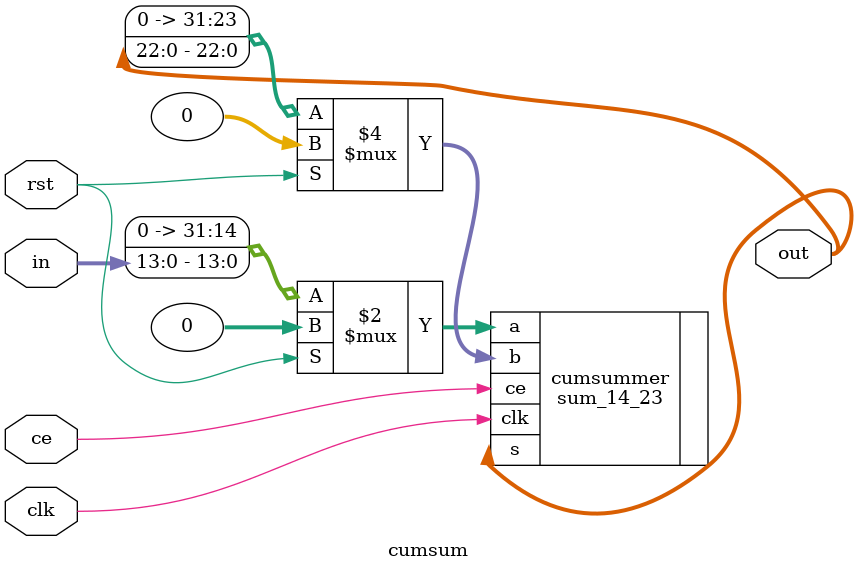
<source format=v>
`timescale 1ns / 1ps
module cumsum(
        input           clk,
        input           ce,
        input           rst,
        input   [13:0]  in,
        output  [22:0]  out
    );
    
    sum_14_23 cumsummer (
        .a(rst ? 0 : in),   // input [13 : 0] a
        .b(rst ? 0 : out),  // input [22 : 0] b
        .clk(clk),          // input clk
        .ce(ce),            // input ce
        .s(out)             // output [22 : 0] s
    );

endmodule

</source>
